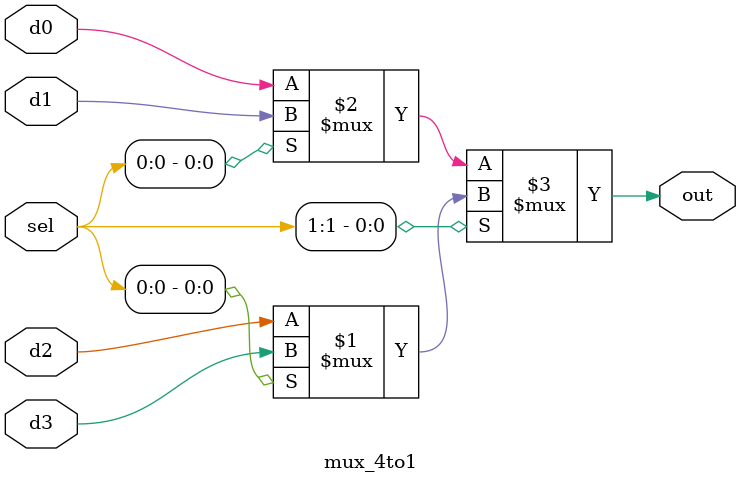
<source format=sv>
module mux_4to1(
	input logic d3, d2, d1, d0,
	input logic [1:0] sel,
	output logic out
);

assign out = sel[1] ? (sel[0] ? d3 : d2) : (sel[0] ? d1 : d0);
endmodule
</source>
